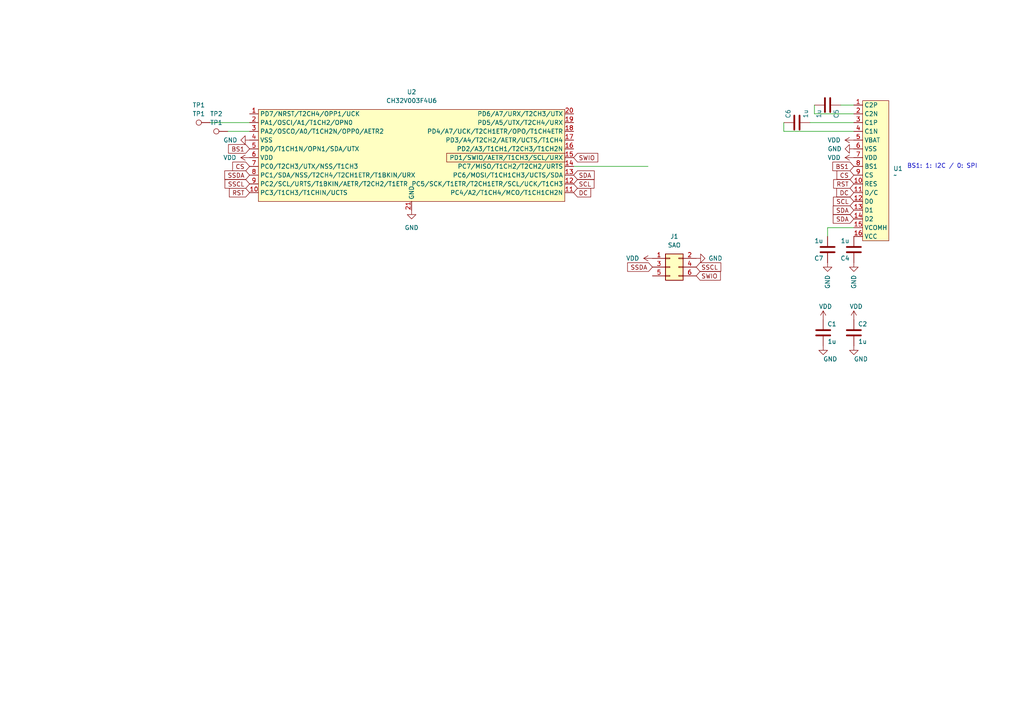
<source format=kicad_sch>
(kicad_sch (version 20231120) (generator "eeschema") (generator_version "8.0")
  (paper "A4")
  (lib_symbols
    (symbol "CH32V003F4U6:CH32V003F4U6"
      (property "Reference" "U" (at 0 0 0))
      (property "Value" "CH32V003F4U6" (at 0 3.81 0))
      (symbol "CH32V003F4U6_0_1"
        (rectangle (start -44.45 12.7) (end 44.45 -13.97) (fill (type background)))
        (rectangle (start 10.16 0) (end 44.45 -2.54) (fill (type background)))
      )
      (symbol "CH32V003F4U6_1_1"
        (pin bidirectional line (at -46.99 11.43 0) (length 2.54) (name "PD7/NRST/T2CH4/OPP1/UCK") (number "1"))
        (pin bidirectional line (at -46.99 -11.43 0) (length 2.54) (name "PC3/T1CH3/T1CHIN/UCTS") (number "10"))
        (pin bidirectional line (at 46.99 -11.43 180) (length 2.54) (name "PC4/A2/T1CH4/MCO/T1CH1CH2N") (number "11"))
        (pin bidirectional line (at 46.99 -8.89 180) (length 2.54) (name "PC5/SCK/T1ETR/T2CH1ETR/SCL/UCK/T1CH3") (number "12"))
        (pin bidirectional line (at 46.99 -6.35 180) (length 2.54) (name "PC6/MOSI/T1CH1CH3/UCTS/SDA") (number "13"))
        (pin bidirectional line (at 46.99 -3.81 180) (length 2.54) (name "PC7/MISO/T1CH2/T2CH2/URTS") (number "14"))
        (pin bidirectional line (at 46.99 -1.27 180) (length 2.54) (name "PD1/SWIO/AETR/T1CH3/SCL/URX") (number "15"))
        (pin bidirectional line (at 46.99 1.27 180) (length 2.54) (name "PD2/A3/T1CH1/T2CH3/T1CH2N") (number "16"))
        (pin bidirectional line (at 46.99 3.81 180) (length 2.54) (name "PD3/A4/T2CH2/AETR/UCTS/T1CH4") (number "17"))
        (pin bidirectional line (at 46.99 6.35 180) (length 2.54) (name "PD4/A7/UCK/T2CH1ETR/OPO/T1CH4ETR") (number "18"))
        (pin bidirectional line (at 46.99 8.89 180) (length 2.54) (name "PD5/A5/UTX/T2CH4/URX") (number "19"))
        (pin bidirectional line (at -46.99 8.89 0) (length 2.54) (name "PA1/OSCI/A1/T1CH2/OPN0") (number "2"))
        (pin bidirectional line (at 46.99 11.43 180) (length 2.54) (name "PD6/A7/URX/T2CH3/UTX") (number "20"))
        (pin bidirectional line (at 0 -16.51 90) (length 2.54) (name "GND") (number "21"))
        (pin bidirectional line (at -46.99 6.35 0) (length 2.54) (name "PA2/OSCO/A0/T1CH2N/OPP0/AETR2") (number "3"))
        (pin bidirectional line (at -46.99 3.81 0) (length 2.54) (name "VSS") (number "4"))
        (pin bidirectional line (at -46.99 1.27 0) (length 2.54) (name "PD0/T1CH1N/OPN1/SDA/UTX") (number "5"))
        (pin bidirectional line (at -46.99 -1.27 0) (length 2.54) (name "VDD") (number "6"))
        (pin bidirectional line (at -46.99 -3.81 0) (length 2.54) (name "PC0/T2CH3/UTX/NSS/T1CH3") (number "7"))
        (pin bidirectional line (at -46.99 -6.35 0) (length 2.54) (name "PC1/SDA/NSS/T2CH4/T2CH1ETR/T1BKIN/URX") (number "8"))
        (pin bidirectional line (at -46.99 -8.89 0) (length 2.54) (name "PC2/SCL/URTS/T1BKIN/AETR/T2CH2/T1ETR") (number "9"))
      )
    )
    (symbol "Connector:TestPoint" (pin_numbers hide) (pin_names (offset 0.762) hide)
      (property "Reference" "TP" (at 0 6.858 0))
      (property "Value" "TestPoint" (at 0 5.08 0))
      (symbol "TestPoint_0_1"
        (circle (center 0 3.302) (radius 0.762))
      )
      (symbol "TestPoint_1_1"
        (pin passive line (at 0 0 90) (length 2.54) (name "1") (number "1"))
      )
    )
    (symbol "Connector_Generic:Conn_02x03_Odd_Even" (pin_names (offset 1.016) hide)
      (property "Reference" "J" (at 1.27 5.08 0))
      (property "Value" "Conn_02x03_Odd_Even" (at 1.27 -5.08 0))
      (symbol "Conn_02x03_Odd_Even_1_1"
        (rectangle (start -1.27 -2.413) (end 0 -2.667) (stroke (width 0.1524)))
        (rectangle (start -1.27 0.127) (end 0 -0.127) (stroke (width 0.1524)))
        (rectangle (start -1.27 2.667) (end 0 2.413) (stroke (width 0.1524)))
        (rectangle (start -1.27 3.81) (end 3.81 -3.81) (stroke (width 0.254)) (fill (type background)))
        (rectangle (start 3.81 -2.413) (end 2.54 -2.667) (stroke (width 0.1524)))
        (rectangle (start 3.81 0.127) (end 2.54 -0.127) (stroke (width 0.1524)))
        (rectangle (start 3.81 2.667) (end 2.54 2.413) (stroke (width 0.1524)))
        (pin passive line (at -5.08 2.54 0) (length 3.81) (name "Pin_1") (number "1"))
        (pin passive line (at 7.62 2.54 180) (length 3.81) (name "Pin_2") (number "2"))
        (pin passive line (at -5.08 0 0) (length 3.81) (name "Pin_3") (number "3"))
        (pin passive line (at 7.62 0 180) (length 3.81) (name "Pin_4") (number "4"))
        (pin passive line (at -5.08 -2.54 0) (length 3.81) (name "Pin_5") (number "5"))
        (pin passive line (at 7.62 -2.54 180) (length 3.81) (name "Pin_6") (number "6"))
      )
    )
    (symbol "Device:C" (pin_numbers hide) (pin_names (offset 0.254))
      (property "Reference" "C" (at 0.635 2.54 0))
      (property "Value" "C" (at 0.635 -2.54 0))
      (symbol "C_0_1"
        (polyline (pts (xy -2.032 -0.762) (xy 2.032 -0.762)) (stroke (width 0.508)))
        (polyline (pts (xy -2.032 0.762) (xy 2.032 0.762)) (stroke (width 0.508)))
      )
      (symbol "C_1_1"
        (pin passive line (at 0 3.81 270) (length 2.794) (name "~") (number "1"))
        (pin passive line (at 0 -3.81 90) (length 2.794) (name "~") (number "2"))
      )
    )
    (symbol "cnhardware:OLED-0.42-72x40"
      (property "Reference" "U" (at -1.016 21.336 0))
      (symbol "OLED-0.42-72x40_1_1"
        (rectangle (start -3.81 20.32) (end 3.81 -20.32) (fill (type background)))
        (pin bidirectional line (at -6.35 19.05 0) (length 2.54) (name "C2P") (number "1"))
        (pin bidirectional line (at -6.35 -3.81 0) (length 2.54) (name "RES") (number "10"))
        (pin bidirectional line (at -6.35 -6.35 0) (length 2.54) (name "D/C") (number "11"))
        (pin bidirectional line (at -6.35 -8.89 0) (length 2.54) (name "D0") (number "12"))
        (pin bidirectional line (at -6.35 -11.43 0) (length 2.54) (name "D1") (number "13"))
        (pin bidirectional line (at -6.35 -13.97 0) (length 2.54) (name "D2") (number "14"))
        (pin bidirectional line (at -6.35 -16.51 0) (length 2.54) (name "VCOMH") (number "15"))
        (pin bidirectional line (at -6.35 -19.05 0) (length 2.54) (name "VCC") (number "16"))
        (pin bidirectional line (at -6.35 16.51 0) (length 2.54) (name "C2N") (number "2"))
        (pin bidirectional line (at -6.35 13.97 0) (length 2.54) (name "C1P") (number "3"))
        (pin bidirectional line (at -6.35 11.43 0) (length 2.54) (name "C1N") (number "4"))
        (pin bidirectional line (at -6.35 8.89 0) (length 2.54) (name "VBAT") (number "5"))
        (pin bidirectional line (at -6.35 6.35 0) (length 2.54) (name "VSS") (number "6"))
        (pin bidirectional line (at -6.35 3.81 0) (length 2.54) (name "VDD") (number "7"))
        (pin bidirectional line (at -6.35 1.27 0) (length 2.54) (name "BS1") (number "8"))
        (pin bidirectional line (at -6.35 -1.27 0) (length 2.54) (name "CS") (number "9"))
      )
    )
    (symbol "power:GND" (power) (pin_names (offset 0))
      (property "Value" "GND" (at 0 -3.81 0))
      (symbol "GND_0_1"
        (polyline (pts (xy 0 0) (xy 0 -1.27) (xy 1.27 -1.27) (xy 0 -2.54) (xy -1.27 -1.27) (xy 0 -1.27)))
      )
      (symbol "GND_1_1"
        (pin power_in line (at 0 0 270) (length 0) hide (name "GND") (number "1"))
      )
    )
    (symbol "power:VDD" (power) (pin_names (offset 0))
      (property "Value" "VDD" (at 0 3.81 0))
      (symbol "VDD_0_1"
        (polyline (pts (xy -0.762 1.27) (xy 0 2.54)))
        (polyline (pts (xy 0 0) (xy 0 2.54)))
        (polyline (pts (xy 0 2.54) (xy 0.762 1.27)))
      )
      (symbol "VDD_1_1"
        (pin power_in line (at 0 0 90) (length 0) hide (name "VDD") (number "1"))
      )
    )
  )
  (wire (pts (xy 240.03 66.04) (xy 247.65 66.04)))
  (wire (pts (xy 240.03 68.58) (xy 240.03 66.04)))
  (wire (pts (xy 243.84 30.48) (xy 247.65 30.48)))
  (wire (pts (xy 236.22 33.02) (xy 247.65 33.02)))
  (wire (pts (xy 227.33 38.1) (xy 227.33 35.56)))
  (wire (pts (xy 236.22 30.48) (xy 236.22 33.02)))
  (wire (pts (xy 60.96 35.56) (xy 72.39 35.56)))
  (wire (pts (xy 66.04 38.1) (xy 72.39 38.1)))
  (wire (pts (xy 166.37 48.26) (xy 187.96 48.26)))
  (wire (pts (xy 234.95 35.56) (xy 247.65 35.56)))
  (wire (pts (xy 247.65 38.1) (xy 227.33 38.1)))
  (text "BS1: 1: I2C / 0: SPI" (at 273.304 48.26 0) (effects (font (size 1.27 1.27))))
  (global_label "SWIO" (shape input) (at 166.37 45.72 0) (property "Intersheetrefs" "${INTERSHEET_REFS}" (effects (hide yes))))
  (global_label "SSCL" (shape input) (at 201.93 77.47 0) (property "Intersheetrefs" "${INTERSHEET_REFS}" (effects (hide yes))))
  (global_label "SDA" (shape input) (at 247.65 63.5 180) (property "Intersheetrefs" "${INTERSHEET_REFS}" (effects (hide yes))))
  (global_label "DC" (shape input) (at 166.37 55.88 0) (property "Intersheetrefs" "${INTERSHEET_REFS}" (effects (hide yes))))
  (global_label "SSCL" (shape input) (at 72.39 53.34 180) (property "Intersheetrefs" "${INTERSHEET_REFS}" (effects (hide yes))))
  (global_label "SDA" (shape input) (at 166.37 50.8 0) (property "Intersheetrefs" "${INTERSHEET_REFS}" (effects (hide yes))))
  (global_label "RST" (shape input) (at 72.39 55.88 180) (property "Intersheetrefs" "${INTERSHEET_REFS}" (effects (hide yes))))
  (global_label "BS1" (shape input) (at 247.65 48.26 180) (property "Intersheetrefs" "${INTERSHEET_REFS}" (effects (hide yes))))
  (global_label "SCL" (shape input) (at 166.37 53.34 0) (property "Intersheetrefs" "${INTERSHEET_REFS}" (effects (hide yes))))
  (global_label "CS" (shape input) (at 247.65 50.8 180) (property "Intersheetrefs" "${INTERSHEET_REFS}" (effects (hide yes))))
  (global_label "SDA" (shape input) (at 247.65 60.96 180) (property "Intersheetrefs" "${INTERSHEET_REFS}" (effects (hide yes))))
  (global_label "SWIO" (shape input) (at 201.93 80.01 0) (property "Intersheetrefs" "${INTERSHEET_REFS}" (effects (hide yes))))
  (global_label "RST" (shape input) (at 247.65 53.34 180) (property "Intersheetrefs" "${INTERSHEET_REFS}" (effects (hide yes))))
  (global_label "SCL" (shape input) (at 247.65 58.42 180) (property "Intersheetrefs" "${INTERSHEET_REFS}" (effects (hide yes))))
  (global_label "DC" (shape input) (at 247.65 55.88 180) (property "Intersheetrefs" "${INTERSHEET_REFS}" (effects (hide yes))))
  (global_label "SSDA" (shape input) (at 189.23 77.47 180) (property "Intersheetrefs" "${INTERSHEET_REFS}" (effects (hide yes))))
  (global_label "CS" (shape input) (at 72.39 48.26 180) (property "Intersheetrefs" "${INTERSHEET_REFS}" (effects (hide yes))))
  (global_label "SSDA" (shape input) (at 72.39 50.8 180) (property "Intersheetrefs" "${INTERSHEET_REFS}" (effects (hide yes))))
  (global_label "BS1" (shape input) (at 72.39 43.18 180) (property "Intersheetrefs" "${INTERSHEET_REFS}" (effects (hide yes))))
  (symbol (lib_id "power:VDD") (at 238.76 92.71 0) (unit 1)
    (property "Reference" "#PWR04" (effects (hide yes)))
    (property "Value" "VDD" (at 237.49 88.9 0) (effects (justify left)))
  )
  (symbol (lib_id "Device:C") (at 247.65 96.52 180) (unit 1)
    (property "Reference" "C2" (at 250.19 93.98 0))
    (property "Value" "1u" (at 250.19 99.06 0))
    (property "Footprint" "Resistor_SMD:R_0402_1005Metric" (effects (hide yes)))
    (property "LCSC" "C52923" (effects (hide yes)))
  )
  (symbol (lib_id "power:GND") (at 119.38 60.96 0) (unit 1)
    (property "Reference" "#PWR08" (effects (hide yes)))
    (property "Value" "GND" (at 119.38 66.04 0))
  )
  (symbol (lib_id "cnhardware:OLED-0.42-72x40") (at 254 49.53 0) (unit 1) (in_bom no)
    (property "Reference" "U1" (at 259.08 48.8949 0) (effects (justify left)))
    (property "Value" "~" (at 259.08 50.8 0) (effects (justify left)))
    (property "Footprint" "cnhardware:P0.65mm_16_pin_OLED_FLEX_CONTACT" (effects (hide yes)))
  )
  (symbol (lib_id "Device:C") (at 240.03 72.39 0) (unit 1)
    (property "Reference" "C7" (at 237.49 74.93 0))
    (property "Value" "1u" (at 237.49 69.85 0))
    (property "Footprint" "Resistor_SMD:R_0402_1005Metric" (effects (hide yes)))
    (property "LCSC" "C52923" (effects (hide yes)))
  )
  (symbol (lib_id "Connector_Generic:Conn_02x03_Odd_Even") (at 194.31 77.47 0) (unit 1)
    (property "Reference" "J1" (at 195.58 68.58 0))
    (property "Value" "SAO" (at 195.58 71.12 0))
    (property "Footprint" "Connector_PinHeader_2.54mm:PinHeader_2x03_P2.54mm_Vertical_SMD" (effects (hide yes)))
    (property "Description" "Generic connector, double row, 02x03, odd/even pin numbering scheme (row 1 odd numbers, row 2 even numbers), script generated (kicad-library-utils/schlib/autogen/connector/)" (effects (hide yes)))
  )
  (symbol (lib_id "power:VDD") (at 247.65 45.72 90) (unit 1)
    (property "Reference" "#PWR023" (effects (hide yes)))
    (property "Value" "VDD" (at 243.84 45.7199 90) (effects (justify left)))
  )
  (symbol (lib_id "power:VDD") (at 247.65 40.64 90) (unit 1)
    (property "Reference" "#PWR018" (effects (hide yes)))
    (property "Value" "VDD" (at 243.84 40.6399 90) (effects (justify left)))
  )
  (symbol (lib_id "power:GND") (at 247.65 100.33 0) (unit 1)
    (property "Reference" "#PWR07" (effects (hide yes)))
    (property "Value" "GND" (at 247.65 104.14 0) (effects (justify left)))
  )
  (symbol (lib_id "power:GND") (at 238.76 100.33 0) (unit 1)
    (property "Reference" "#PWR05" (effects (hide yes)))
    (property "Value" "GND" (at 238.76 104.14 0) (effects (justify left)))
  )
  (symbol (lib_id "Connector:TestPoint") (at 60.96 35.56 90) (unit 1) (in_bom no)
    (property "Reference" "TP1" (at 57.658 30.48 90))
    (property "Value" "TP1" (at 57.658 33.02 90))
    (property "Footprint" "TestPoint:TestPoint_Pad_D2.5mm" (effects (hide yes)))
    (property "Description" "test point" (effects (hide yes)))
  )
  (symbol (lib_id "Device:C") (at 240.03 30.48 90) (unit 1)
    (property "Reference" "C5" (at 242.57 33.02 0))
    (property "Value" "1u" (at 237.49 33.02 0))
    (property "Footprint" "Resistor_SMD:R_0402_1005Metric" (effects (hide yes)))
    (property "LCSC" "C52923" (effects (hide yes)))
  )
  (symbol (lib_id "Connector:TestPoint") (at 66.04 38.1 90) (unit 1) (in_bom no)
    (property "Reference" "TP2" (at 62.738 33.02 90))
    (property "Value" "TP1" (at 62.738 35.56 90))
    (property "Footprint" "TestPoint:TestPoint_Pad_D2.5mm" (effects (hide yes)))
    (property "Description" "test point" (effects (hide yes)))
  )
  (symbol (lib_id "Device:C") (at 238.76 96.52 180) (unit 1)
    (property "Reference" "C1" (at 241.3 93.98 0))
    (property "Value" "1u" (at 241.3 99.06 0))
    (property "Footprint" "Resistor_SMD:R_0402_1005Metric" (effects (hide yes)))
    (property "LCSC" "C52923" (effects (hide yes)))
  )
  (symbol (lib_id "power:VDD") (at 247.65 92.71 0) (unit 1)
    (property "Reference" "#PWR06" (effects (hide yes)))
    (property "Value" "VDD" (at 246.38 88.9 0) (effects (justify left)))
  )
  (symbol (lib_id "power:GND") (at 247.65 43.18 270) (unit 1)
    (property "Reference" "#PWR022" (effects (hide yes)))
    (property "Value" "GND" (at 240.03 43.18 90) (effects (justify left)))
  )
  (symbol (lib_id "Device:C") (at 231.14 35.56 270) (unit 1)
    (property "Reference" "C6" (at 228.6 33.02 0))
    (property "Value" "1u" (at 233.68 33.02 0))
    (property "Footprint" "Resistor_SMD:R_0402_1005Metric" (effects (hide yes)))
    (property "LCSC" "C52923" (effects (hide yes)))
  )
  (symbol (lib_id "power:VDD") (at 189.23 74.93 90) (unit 1)
    (property "Reference" "#PWR09" (effects (hide yes)))
    (property "Value" "VDD" (at 185.42 74.9299 90) (effects (justify left)))
  )
  (symbol (lib_id "power:GND") (at 201.93 74.93 90) (unit 1)
    (property "Reference" "#PWR010" (effects (hide yes)))
    (property "Value" "GND" (at 209.55 74.93 90) (effects (justify left)))
  )
  (symbol (lib_id "Device:C") (at 247.65 72.39 0) (unit 1)
    (property "Reference" "C4" (at 245.11 74.93 0))
    (property "Value" "1u" (at 245.11 69.85 0))
    (property "Footprint" "Resistor_SMD:R_0402_1005Metric" (effects (hide yes)))
    (property "LCSC" "C52923" (effects (hide yes)))
  )
  (symbol (lib_id "power:GND") (at 240.03 76.2 0) (unit 1)
    (property "Reference" "#PWR024" (effects (hide yes)))
    (property "Value" "GND" (at 240.03 83.82 90) (effects (justify left)))
  )
  (symbol (lib_id "power:GND") (at 247.65 76.2 0) (unit 1)
    (property "Reference" "#PWR01" (effects (hide yes)))
    (property "Value" "GND" (at 247.65 83.82 90) (effects (justify left)))
  )
  (symbol (lib_id "power:GND") (at 72.39 40.64 270) (unit 1)
    (property "Reference" "#PWR02" (effects (hide yes)))
    (property "Value" "GND" (at 64.77 40.64 90) (effects (justify left)))
  )
  (symbol (lib_id "CH32V003F4U6:CH32V003F4U6") (at 119.38 44.45 0) (unit 1)
    (property "Reference" "U2" (at 119.38 26.67 0))
    (property "Value" "CH32V003F4U6" (at 119.38 29.21 0))
    (property "Footprint" "Package_DFN_QFN:QFN-20-1EP_3x3mm_P0.4mm_EP1.65x1.65mm" (effects (hide yes)))
    (property "LCSC" "C5299908" (effects (hide yes)))
  )
  (symbol (lib_id "power:VDD") (at 72.39 45.72 90) (unit 1)
    (property "Reference" "#PWR03" (effects (hide yes)))
    (property "Value" "VDD" (at 68.58 45.7199 90) (effects (justify left)))
  )
)
</source>
